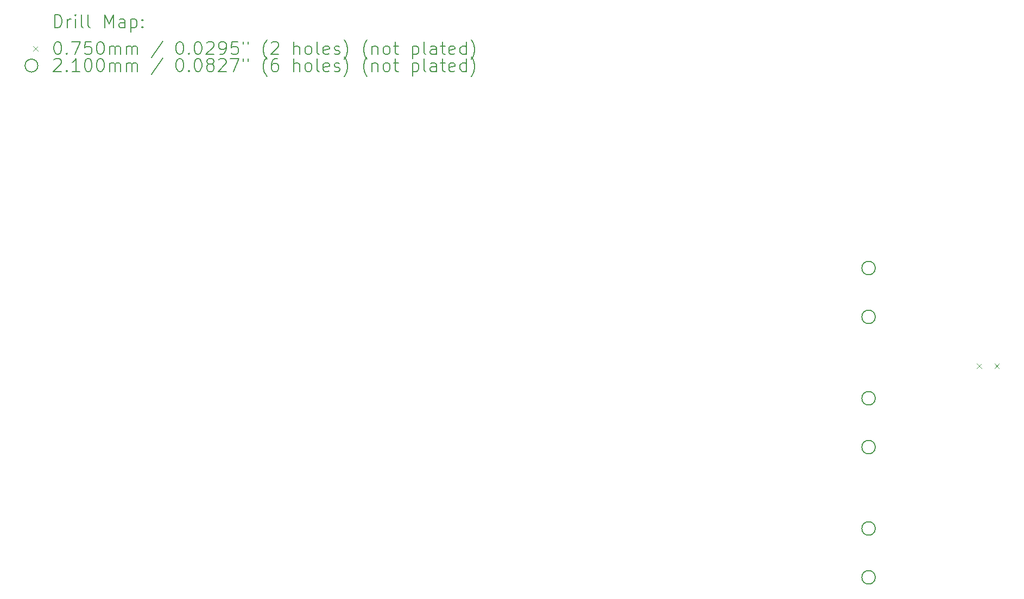
<source format=gbr>
%TF.GenerationSoftware,KiCad,Pcbnew,7.0.9*%
%TF.CreationDate,2023-12-03T00:18:12-03:00*%
%TF.ProjectId,E3,45332e6b-6963-4616-945f-706362585858,rev?*%
%TF.SameCoordinates,Original*%
%TF.FileFunction,Drillmap*%
%TF.FilePolarity,Positive*%
%FSLAX45Y45*%
G04 Gerber Fmt 4.5, Leading zero omitted, Abs format (unit mm)*
G04 Created by KiCad (PCBNEW 7.0.9) date 2023-12-03 00:18:12*
%MOMM*%
%LPD*%
G01*
G04 APERTURE LIST*
%ADD10C,0.200000*%
%ADD11C,0.100000*%
%ADD12C,0.210000*%
G04 APERTURE END LIST*
D10*
D11*
X14642000Y-5554000D02*
X14717000Y-5629000D01*
X14717000Y-5554000D02*
X14642000Y-5629000D01*
X14917000Y-5554000D02*
X14992000Y-5629000D01*
X14992000Y-5554000D02*
X14917000Y-5629000D01*
D12*
X13059000Y-4064000D02*
G75*
G03*
X13059000Y-4064000I-105000J0D01*
G01*
X13059000Y-4826000D02*
G75*
G03*
X13059000Y-4826000I-105000J0D01*
G01*
X13059000Y-6096000D02*
G75*
G03*
X13059000Y-6096000I-105000J0D01*
G01*
X13059000Y-6858000D02*
G75*
G03*
X13059000Y-6858000I-105000J0D01*
G01*
X13059000Y-8128000D02*
G75*
G03*
X13059000Y-8128000I-105000J0D01*
G01*
X13059000Y-8890000D02*
G75*
G03*
X13059000Y-8890000I-105000J0D01*
G01*
D10*
X260777Y-311484D02*
X260777Y-111484D01*
X260777Y-111484D02*
X308396Y-111484D01*
X308396Y-111484D02*
X336967Y-121008D01*
X336967Y-121008D02*
X356015Y-140055D01*
X356015Y-140055D02*
X365539Y-159103D01*
X365539Y-159103D02*
X375062Y-197198D01*
X375062Y-197198D02*
X375062Y-225769D01*
X375062Y-225769D02*
X365539Y-263865D01*
X365539Y-263865D02*
X356015Y-282912D01*
X356015Y-282912D02*
X336967Y-301960D01*
X336967Y-301960D02*
X308396Y-311484D01*
X308396Y-311484D02*
X260777Y-311484D01*
X460777Y-311484D02*
X460777Y-178150D01*
X460777Y-216246D02*
X470301Y-197198D01*
X470301Y-197198D02*
X479824Y-187674D01*
X479824Y-187674D02*
X498872Y-178150D01*
X498872Y-178150D02*
X517920Y-178150D01*
X584586Y-311484D02*
X584586Y-178150D01*
X584586Y-111484D02*
X575063Y-121008D01*
X575063Y-121008D02*
X584586Y-130531D01*
X584586Y-130531D02*
X594110Y-121008D01*
X594110Y-121008D02*
X584586Y-111484D01*
X584586Y-111484D02*
X584586Y-130531D01*
X708396Y-311484D02*
X689348Y-301960D01*
X689348Y-301960D02*
X679824Y-282912D01*
X679824Y-282912D02*
X679824Y-111484D01*
X813158Y-311484D02*
X794110Y-301960D01*
X794110Y-301960D02*
X784586Y-282912D01*
X784586Y-282912D02*
X784586Y-111484D01*
X1041729Y-311484D02*
X1041729Y-111484D01*
X1041729Y-111484D02*
X1108396Y-254341D01*
X1108396Y-254341D02*
X1175063Y-111484D01*
X1175063Y-111484D02*
X1175063Y-311484D01*
X1356015Y-311484D02*
X1356015Y-206722D01*
X1356015Y-206722D02*
X1346491Y-187674D01*
X1346491Y-187674D02*
X1327444Y-178150D01*
X1327444Y-178150D02*
X1289348Y-178150D01*
X1289348Y-178150D02*
X1270301Y-187674D01*
X1356015Y-301960D02*
X1336967Y-311484D01*
X1336967Y-311484D02*
X1289348Y-311484D01*
X1289348Y-311484D02*
X1270301Y-301960D01*
X1270301Y-301960D02*
X1260777Y-282912D01*
X1260777Y-282912D02*
X1260777Y-263865D01*
X1260777Y-263865D02*
X1270301Y-244817D01*
X1270301Y-244817D02*
X1289348Y-235293D01*
X1289348Y-235293D02*
X1336967Y-235293D01*
X1336967Y-235293D02*
X1356015Y-225769D01*
X1451253Y-178150D02*
X1451253Y-378150D01*
X1451253Y-187674D02*
X1470301Y-178150D01*
X1470301Y-178150D02*
X1508396Y-178150D01*
X1508396Y-178150D02*
X1527443Y-187674D01*
X1527443Y-187674D02*
X1536967Y-197198D01*
X1536967Y-197198D02*
X1546491Y-216246D01*
X1546491Y-216246D02*
X1546491Y-273389D01*
X1546491Y-273389D02*
X1536967Y-292436D01*
X1536967Y-292436D02*
X1527443Y-301960D01*
X1527443Y-301960D02*
X1508396Y-311484D01*
X1508396Y-311484D02*
X1470301Y-311484D01*
X1470301Y-311484D02*
X1451253Y-301960D01*
X1632205Y-292436D02*
X1641729Y-301960D01*
X1641729Y-301960D02*
X1632205Y-311484D01*
X1632205Y-311484D02*
X1622682Y-301960D01*
X1622682Y-301960D02*
X1632205Y-292436D01*
X1632205Y-292436D02*
X1632205Y-311484D01*
X1632205Y-187674D02*
X1641729Y-197198D01*
X1641729Y-197198D02*
X1632205Y-206722D01*
X1632205Y-206722D02*
X1622682Y-197198D01*
X1622682Y-197198D02*
X1632205Y-187674D01*
X1632205Y-187674D02*
X1632205Y-206722D01*
D11*
X-75000Y-602500D02*
X0Y-677500D01*
X0Y-602500D02*
X-75000Y-677500D01*
D10*
X298872Y-531484D02*
X317920Y-531484D01*
X317920Y-531484D02*
X336967Y-541008D01*
X336967Y-541008D02*
X346491Y-550531D01*
X346491Y-550531D02*
X356015Y-569579D01*
X356015Y-569579D02*
X365539Y-607674D01*
X365539Y-607674D02*
X365539Y-655293D01*
X365539Y-655293D02*
X356015Y-693389D01*
X356015Y-693389D02*
X346491Y-712436D01*
X346491Y-712436D02*
X336967Y-721960D01*
X336967Y-721960D02*
X317920Y-731484D01*
X317920Y-731484D02*
X298872Y-731484D01*
X298872Y-731484D02*
X279824Y-721960D01*
X279824Y-721960D02*
X270301Y-712436D01*
X270301Y-712436D02*
X260777Y-693389D01*
X260777Y-693389D02*
X251253Y-655293D01*
X251253Y-655293D02*
X251253Y-607674D01*
X251253Y-607674D02*
X260777Y-569579D01*
X260777Y-569579D02*
X270301Y-550531D01*
X270301Y-550531D02*
X279824Y-541008D01*
X279824Y-541008D02*
X298872Y-531484D01*
X451253Y-712436D02*
X460777Y-721960D01*
X460777Y-721960D02*
X451253Y-731484D01*
X451253Y-731484D02*
X441729Y-721960D01*
X441729Y-721960D02*
X451253Y-712436D01*
X451253Y-712436D02*
X451253Y-731484D01*
X527444Y-531484D02*
X660777Y-531484D01*
X660777Y-531484D02*
X575063Y-731484D01*
X832205Y-531484D02*
X736967Y-531484D01*
X736967Y-531484D02*
X727443Y-626722D01*
X727443Y-626722D02*
X736967Y-617198D01*
X736967Y-617198D02*
X756015Y-607674D01*
X756015Y-607674D02*
X803634Y-607674D01*
X803634Y-607674D02*
X822682Y-617198D01*
X822682Y-617198D02*
X832205Y-626722D01*
X832205Y-626722D02*
X841729Y-645770D01*
X841729Y-645770D02*
X841729Y-693389D01*
X841729Y-693389D02*
X832205Y-712436D01*
X832205Y-712436D02*
X822682Y-721960D01*
X822682Y-721960D02*
X803634Y-731484D01*
X803634Y-731484D02*
X756015Y-731484D01*
X756015Y-731484D02*
X736967Y-721960D01*
X736967Y-721960D02*
X727443Y-712436D01*
X965539Y-531484D02*
X984586Y-531484D01*
X984586Y-531484D02*
X1003634Y-541008D01*
X1003634Y-541008D02*
X1013158Y-550531D01*
X1013158Y-550531D02*
X1022682Y-569579D01*
X1022682Y-569579D02*
X1032205Y-607674D01*
X1032205Y-607674D02*
X1032205Y-655293D01*
X1032205Y-655293D02*
X1022682Y-693389D01*
X1022682Y-693389D02*
X1013158Y-712436D01*
X1013158Y-712436D02*
X1003634Y-721960D01*
X1003634Y-721960D02*
X984586Y-731484D01*
X984586Y-731484D02*
X965539Y-731484D01*
X965539Y-731484D02*
X946491Y-721960D01*
X946491Y-721960D02*
X936967Y-712436D01*
X936967Y-712436D02*
X927443Y-693389D01*
X927443Y-693389D02*
X917920Y-655293D01*
X917920Y-655293D02*
X917920Y-607674D01*
X917920Y-607674D02*
X927443Y-569579D01*
X927443Y-569579D02*
X936967Y-550531D01*
X936967Y-550531D02*
X946491Y-541008D01*
X946491Y-541008D02*
X965539Y-531484D01*
X1117920Y-731484D02*
X1117920Y-598150D01*
X1117920Y-617198D02*
X1127444Y-607674D01*
X1127444Y-607674D02*
X1146491Y-598150D01*
X1146491Y-598150D02*
X1175063Y-598150D01*
X1175063Y-598150D02*
X1194110Y-607674D01*
X1194110Y-607674D02*
X1203634Y-626722D01*
X1203634Y-626722D02*
X1203634Y-731484D01*
X1203634Y-626722D02*
X1213158Y-607674D01*
X1213158Y-607674D02*
X1232205Y-598150D01*
X1232205Y-598150D02*
X1260777Y-598150D01*
X1260777Y-598150D02*
X1279825Y-607674D01*
X1279825Y-607674D02*
X1289348Y-626722D01*
X1289348Y-626722D02*
X1289348Y-731484D01*
X1384586Y-731484D02*
X1384586Y-598150D01*
X1384586Y-617198D02*
X1394110Y-607674D01*
X1394110Y-607674D02*
X1413158Y-598150D01*
X1413158Y-598150D02*
X1441729Y-598150D01*
X1441729Y-598150D02*
X1460777Y-607674D01*
X1460777Y-607674D02*
X1470301Y-626722D01*
X1470301Y-626722D02*
X1470301Y-731484D01*
X1470301Y-626722D02*
X1479824Y-607674D01*
X1479824Y-607674D02*
X1498872Y-598150D01*
X1498872Y-598150D02*
X1527443Y-598150D01*
X1527443Y-598150D02*
X1546491Y-607674D01*
X1546491Y-607674D02*
X1556015Y-626722D01*
X1556015Y-626722D02*
X1556015Y-731484D01*
X1946491Y-521960D02*
X1775063Y-779103D01*
X2203634Y-531484D02*
X2222682Y-531484D01*
X2222682Y-531484D02*
X2241729Y-541008D01*
X2241729Y-541008D02*
X2251253Y-550531D01*
X2251253Y-550531D02*
X2260777Y-569579D01*
X2260777Y-569579D02*
X2270301Y-607674D01*
X2270301Y-607674D02*
X2270301Y-655293D01*
X2270301Y-655293D02*
X2260777Y-693389D01*
X2260777Y-693389D02*
X2251253Y-712436D01*
X2251253Y-712436D02*
X2241729Y-721960D01*
X2241729Y-721960D02*
X2222682Y-731484D01*
X2222682Y-731484D02*
X2203634Y-731484D01*
X2203634Y-731484D02*
X2184587Y-721960D01*
X2184587Y-721960D02*
X2175063Y-712436D01*
X2175063Y-712436D02*
X2165539Y-693389D01*
X2165539Y-693389D02*
X2156015Y-655293D01*
X2156015Y-655293D02*
X2156015Y-607674D01*
X2156015Y-607674D02*
X2165539Y-569579D01*
X2165539Y-569579D02*
X2175063Y-550531D01*
X2175063Y-550531D02*
X2184587Y-541008D01*
X2184587Y-541008D02*
X2203634Y-531484D01*
X2356015Y-712436D02*
X2365539Y-721960D01*
X2365539Y-721960D02*
X2356015Y-731484D01*
X2356015Y-731484D02*
X2346491Y-721960D01*
X2346491Y-721960D02*
X2356015Y-712436D01*
X2356015Y-712436D02*
X2356015Y-731484D01*
X2489348Y-531484D02*
X2508396Y-531484D01*
X2508396Y-531484D02*
X2527444Y-541008D01*
X2527444Y-541008D02*
X2536968Y-550531D01*
X2536968Y-550531D02*
X2546491Y-569579D01*
X2546491Y-569579D02*
X2556015Y-607674D01*
X2556015Y-607674D02*
X2556015Y-655293D01*
X2556015Y-655293D02*
X2546491Y-693389D01*
X2546491Y-693389D02*
X2536968Y-712436D01*
X2536968Y-712436D02*
X2527444Y-721960D01*
X2527444Y-721960D02*
X2508396Y-731484D01*
X2508396Y-731484D02*
X2489348Y-731484D01*
X2489348Y-731484D02*
X2470301Y-721960D01*
X2470301Y-721960D02*
X2460777Y-712436D01*
X2460777Y-712436D02*
X2451253Y-693389D01*
X2451253Y-693389D02*
X2441729Y-655293D01*
X2441729Y-655293D02*
X2441729Y-607674D01*
X2441729Y-607674D02*
X2451253Y-569579D01*
X2451253Y-569579D02*
X2460777Y-550531D01*
X2460777Y-550531D02*
X2470301Y-541008D01*
X2470301Y-541008D02*
X2489348Y-531484D01*
X2632206Y-550531D02*
X2641729Y-541008D01*
X2641729Y-541008D02*
X2660777Y-531484D01*
X2660777Y-531484D02*
X2708396Y-531484D01*
X2708396Y-531484D02*
X2727444Y-541008D01*
X2727444Y-541008D02*
X2736968Y-550531D01*
X2736968Y-550531D02*
X2746491Y-569579D01*
X2746491Y-569579D02*
X2746491Y-588627D01*
X2746491Y-588627D02*
X2736968Y-617198D01*
X2736968Y-617198D02*
X2622682Y-731484D01*
X2622682Y-731484D02*
X2746491Y-731484D01*
X2841729Y-731484D02*
X2879825Y-731484D01*
X2879825Y-731484D02*
X2898872Y-721960D01*
X2898872Y-721960D02*
X2908396Y-712436D01*
X2908396Y-712436D02*
X2927444Y-683865D01*
X2927444Y-683865D02*
X2936967Y-645770D01*
X2936967Y-645770D02*
X2936967Y-569579D01*
X2936967Y-569579D02*
X2927444Y-550531D01*
X2927444Y-550531D02*
X2917920Y-541008D01*
X2917920Y-541008D02*
X2898872Y-531484D01*
X2898872Y-531484D02*
X2860777Y-531484D01*
X2860777Y-531484D02*
X2841729Y-541008D01*
X2841729Y-541008D02*
X2832206Y-550531D01*
X2832206Y-550531D02*
X2822682Y-569579D01*
X2822682Y-569579D02*
X2822682Y-617198D01*
X2822682Y-617198D02*
X2832206Y-636246D01*
X2832206Y-636246D02*
X2841729Y-645770D01*
X2841729Y-645770D02*
X2860777Y-655293D01*
X2860777Y-655293D02*
X2898872Y-655293D01*
X2898872Y-655293D02*
X2917920Y-645770D01*
X2917920Y-645770D02*
X2927444Y-636246D01*
X2927444Y-636246D02*
X2936967Y-617198D01*
X3117920Y-531484D02*
X3022682Y-531484D01*
X3022682Y-531484D02*
X3013158Y-626722D01*
X3013158Y-626722D02*
X3022682Y-617198D01*
X3022682Y-617198D02*
X3041729Y-607674D01*
X3041729Y-607674D02*
X3089348Y-607674D01*
X3089348Y-607674D02*
X3108396Y-617198D01*
X3108396Y-617198D02*
X3117920Y-626722D01*
X3117920Y-626722D02*
X3127444Y-645770D01*
X3127444Y-645770D02*
X3127444Y-693389D01*
X3127444Y-693389D02*
X3117920Y-712436D01*
X3117920Y-712436D02*
X3108396Y-721960D01*
X3108396Y-721960D02*
X3089348Y-731484D01*
X3089348Y-731484D02*
X3041729Y-731484D01*
X3041729Y-731484D02*
X3022682Y-721960D01*
X3022682Y-721960D02*
X3013158Y-712436D01*
X3203634Y-531484D02*
X3203634Y-569579D01*
X3279825Y-531484D02*
X3279825Y-569579D01*
X3575063Y-807674D02*
X3565539Y-798150D01*
X3565539Y-798150D02*
X3546491Y-769579D01*
X3546491Y-769579D02*
X3536968Y-750531D01*
X3536968Y-750531D02*
X3527444Y-721960D01*
X3527444Y-721960D02*
X3517920Y-674341D01*
X3517920Y-674341D02*
X3517920Y-636246D01*
X3517920Y-636246D02*
X3527444Y-588627D01*
X3527444Y-588627D02*
X3536968Y-560055D01*
X3536968Y-560055D02*
X3546491Y-541008D01*
X3546491Y-541008D02*
X3565539Y-512436D01*
X3565539Y-512436D02*
X3575063Y-502912D01*
X3641729Y-550531D02*
X3651253Y-541008D01*
X3651253Y-541008D02*
X3670301Y-531484D01*
X3670301Y-531484D02*
X3717920Y-531484D01*
X3717920Y-531484D02*
X3736968Y-541008D01*
X3736968Y-541008D02*
X3746491Y-550531D01*
X3746491Y-550531D02*
X3756015Y-569579D01*
X3756015Y-569579D02*
X3756015Y-588627D01*
X3756015Y-588627D02*
X3746491Y-617198D01*
X3746491Y-617198D02*
X3632206Y-731484D01*
X3632206Y-731484D02*
X3756015Y-731484D01*
X3994110Y-731484D02*
X3994110Y-531484D01*
X4079825Y-731484D02*
X4079825Y-626722D01*
X4079825Y-626722D02*
X4070301Y-607674D01*
X4070301Y-607674D02*
X4051253Y-598150D01*
X4051253Y-598150D02*
X4022682Y-598150D01*
X4022682Y-598150D02*
X4003634Y-607674D01*
X4003634Y-607674D02*
X3994110Y-617198D01*
X4203634Y-731484D02*
X4184587Y-721960D01*
X4184587Y-721960D02*
X4175063Y-712436D01*
X4175063Y-712436D02*
X4165539Y-693389D01*
X4165539Y-693389D02*
X4165539Y-636246D01*
X4165539Y-636246D02*
X4175063Y-617198D01*
X4175063Y-617198D02*
X4184587Y-607674D01*
X4184587Y-607674D02*
X4203634Y-598150D01*
X4203634Y-598150D02*
X4232206Y-598150D01*
X4232206Y-598150D02*
X4251253Y-607674D01*
X4251253Y-607674D02*
X4260777Y-617198D01*
X4260777Y-617198D02*
X4270301Y-636246D01*
X4270301Y-636246D02*
X4270301Y-693389D01*
X4270301Y-693389D02*
X4260777Y-712436D01*
X4260777Y-712436D02*
X4251253Y-721960D01*
X4251253Y-721960D02*
X4232206Y-731484D01*
X4232206Y-731484D02*
X4203634Y-731484D01*
X4384587Y-731484D02*
X4365539Y-721960D01*
X4365539Y-721960D02*
X4356015Y-702912D01*
X4356015Y-702912D02*
X4356015Y-531484D01*
X4536968Y-721960D02*
X4517920Y-731484D01*
X4517920Y-731484D02*
X4479825Y-731484D01*
X4479825Y-731484D02*
X4460777Y-721960D01*
X4460777Y-721960D02*
X4451253Y-702912D01*
X4451253Y-702912D02*
X4451253Y-626722D01*
X4451253Y-626722D02*
X4460777Y-607674D01*
X4460777Y-607674D02*
X4479825Y-598150D01*
X4479825Y-598150D02*
X4517920Y-598150D01*
X4517920Y-598150D02*
X4536968Y-607674D01*
X4536968Y-607674D02*
X4546492Y-626722D01*
X4546492Y-626722D02*
X4546492Y-645770D01*
X4546492Y-645770D02*
X4451253Y-664817D01*
X4622682Y-721960D02*
X4641730Y-731484D01*
X4641730Y-731484D02*
X4679825Y-731484D01*
X4679825Y-731484D02*
X4698873Y-721960D01*
X4698873Y-721960D02*
X4708396Y-702912D01*
X4708396Y-702912D02*
X4708396Y-693389D01*
X4708396Y-693389D02*
X4698873Y-674341D01*
X4698873Y-674341D02*
X4679825Y-664817D01*
X4679825Y-664817D02*
X4651253Y-664817D01*
X4651253Y-664817D02*
X4632206Y-655293D01*
X4632206Y-655293D02*
X4622682Y-636246D01*
X4622682Y-636246D02*
X4622682Y-626722D01*
X4622682Y-626722D02*
X4632206Y-607674D01*
X4632206Y-607674D02*
X4651253Y-598150D01*
X4651253Y-598150D02*
X4679825Y-598150D01*
X4679825Y-598150D02*
X4698873Y-607674D01*
X4775063Y-807674D02*
X4784587Y-798150D01*
X4784587Y-798150D02*
X4803634Y-769579D01*
X4803634Y-769579D02*
X4813158Y-750531D01*
X4813158Y-750531D02*
X4822682Y-721960D01*
X4822682Y-721960D02*
X4832206Y-674341D01*
X4832206Y-674341D02*
X4832206Y-636246D01*
X4832206Y-636246D02*
X4822682Y-588627D01*
X4822682Y-588627D02*
X4813158Y-560055D01*
X4813158Y-560055D02*
X4803634Y-541008D01*
X4803634Y-541008D02*
X4784587Y-512436D01*
X4784587Y-512436D02*
X4775063Y-502912D01*
X5136968Y-807674D02*
X5127444Y-798150D01*
X5127444Y-798150D02*
X5108396Y-769579D01*
X5108396Y-769579D02*
X5098873Y-750531D01*
X5098873Y-750531D02*
X5089349Y-721960D01*
X5089349Y-721960D02*
X5079825Y-674341D01*
X5079825Y-674341D02*
X5079825Y-636246D01*
X5079825Y-636246D02*
X5089349Y-588627D01*
X5089349Y-588627D02*
X5098873Y-560055D01*
X5098873Y-560055D02*
X5108396Y-541008D01*
X5108396Y-541008D02*
X5127444Y-512436D01*
X5127444Y-512436D02*
X5136968Y-502912D01*
X5213158Y-598150D02*
X5213158Y-731484D01*
X5213158Y-617198D02*
X5222682Y-607674D01*
X5222682Y-607674D02*
X5241730Y-598150D01*
X5241730Y-598150D02*
X5270301Y-598150D01*
X5270301Y-598150D02*
X5289349Y-607674D01*
X5289349Y-607674D02*
X5298873Y-626722D01*
X5298873Y-626722D02*
X5298873Y-731484D01*
X5422682Y-731484D02*
X5403634Y-721960D01*
X5403634Y-721960D02*
X5394111Y-712436D01*
X5394111Y-712436D02*
X5384587Y-693389D01*
X5384587Y-693389D02*
X5384587Y-636246D01*
X5384587Y-636246D02*
X5394111Y-617198D01*
X5394111Y-617198D02*
X5403634Y-607674D01*
X5403634Y-607674D02*
X5422682Y-598150D01*
X5422682Y-598150D02*
X5451254Y-598150D01*
X5451254Y-598150D02*
X5470301Y-607674D01*
X5470301Y-607674D02*
X5479825Y-617198D01*
X5479825Y-617198D02*
X5489349Y-636246D01*
X5489349Y-636246D02*
X5489349Y-693389D01*
X5489349Y-693389D02*
X5479825Y-712436D01*
X5479825Y-712436D02*
X5470301Y-721960D01*
X5470301Y-721960D02*
X5451254Y-731484D01*
X5451254Y-731484D02*
X5422682Y-731484D01*
X5546492Y-598150D02*
X5622682Y-598150D01*
X5575063Y-531484D02*
X5575063Y-702912D01*
X5575063Y-702912D02*
X5584587Y-721960D01*
X5584587Y-721960D02*
X5603634Y-731484D01*
X5603634Y-731484D02*
X5622682Y-731484D01*
X5841730Y-598150D02*
X5841730Y-798150D01*
X5841730Y-607674D02*
X5860777Y-598150D01*
X5860777Y-598150D02*
X5898873Y-598150D01*
X5898873Y-598150D02*
X5917920Y-607674D01*
X5917920Y-607674D02*
X5927444Y-617198D01*
X5927444Y-617198D02*
X5936968Y-636246D01*
X5936968Y-636246D02*
X5936968Y-693389D01*
X5936968Y-693389D02*
X5927444Y-712436D01*
X5927444Y-712436D02*
X5917920Y-721960D01*
X5917920Y-721960D02*
X5898873Y-731484D01*
X5898873Y-731484D02*
X5860777Y-731484D01*
X5860777Y-731484D02*
X5841730Y-721960D01*
X6051253Y-731484D02*
X6032206Y-721960D01*
X6032206Y-721960D02*
X6022682Y-702912D01*
X6022682Y-702912D02*
X6022682Y-531484D01*
X6213158Y-731484D02*
X6213158Y-626722D01*
X6213158Y-626722D02*
X6203634Y-607674D01*
X6203634Y-607674D02*
X6184587Y-598150D01*
X6184587Y-598150D02*
X6146492Y-598150D01*
X6146492Y-598150D02*
X6127444Y-607674D01*
X6213158Y-721960D02*
X6194111Y-731484D01*
X6194111Y-731484D02*
X6146492Y-731484D01*
X6146492Y-731484D02*
X6127444Y-721960D01*
X6127444Y-721960D02*
X6117920Y-702912D01*
X6117920Y-702912D02*
X6117920Y-683865D01*
X6117920Y-683865D02*
X6127444Y-664817D01*
X6127444Y-664817D02*
X6146492Y-655293D01*
X6146492Y-655293D02*
X6194111Y-655293D01*
X6194111Y-655293D02*
X6213158Y-645770D01*
X6279825Y-598150D02*
X6356015Y-598150D01*
X6308396Y-531484D02*
X6308396Y-702912D01*
X6308396Y-702912D02*
X6317920Y-721960D01*
X6317920Y-721960D02*
X6336968Y-731484D01*
X6336968Y-731484D02*
X6356015Y-731484D01*
X6498873Y-721960D02*
X6479825Y-731484D01*
X6479825Y-731484D02*
X6441730Y-731484D01*
X6441730Y-731484D02*
X6422682Y-721960D01*
X6422682Y-721960D02*
X6413158Y-702912D01*
X6413158Y-702912D02*
X6413158Y-626722D01*
X6413158Y-626722D02*
X6422682Y-607674D01*
X6422682Y-607674D02*
X6441730Y-598150D01*
X6441730Y-598150D02*
X6479825Y-598150D01*
X6479825Y-598150D02*
X6498873Y-607674D01*
X6498873Y-607674D02*
X6508396Y-626722D01*
X6508396Y-626722D02*
X6508396Y-645770D01*
X6508396Y-645770D02*
X6413158Y-664817D01*
X6679825Y-731484D02*
X6679825Y-531484D01*
X6679825Y-721960D02*
X6660777Y-731484D01*
X6660777Y-731484D02*
X6622682Y-731484D01*
X6622682Y-731484D02*
X6603634Y-721960D01*
X6603634Y-721960D02*
X6594111Y-712436D01*
X6594111Y-712436D02*
X6584587Y-693389D01*
X6584587Y-693389D02*
X6584587Y-636246D01*
X6584587Y-636246D02*
X6594111Y-617198D01*
X6594111Y-617198D02*
X6603634Y-607674D01*
X6603634Y-607674D02*
X6622682Y-598150D01*
X6622682Y-598150D02*
X6660777Y-598150D01*
X6660777Y-598150D02*
X6679825Y-607674D01*
X6756015Y-807674D02*
X6765539Y-798150D01*
X6765539Y-798150D02*
X6784587Y-769579D01*
X6784587Y-769579D02*
X6794111Y-750531D01*
X6794111Y-750531D02*
X6803634Y-721960D01*
X6803634Y-721960D02*
X6813158Y-674341D01*
X6813158Y-674341D02*
X6813158Y-636246D01*
X6813158Y-636246D02*
X6803634Y-588627D01*
X6803634Y-588627D02*
X6794111Y-560055D01*
X6794111Y-560055D02*
X6784587Y-541008D01*
X6784587Y-541008D02*
X6765539Y-512436D01*
X6765539Y-512436D02*
X6756015Y-502912D01*
X0Y-904000D02*
G75*
G03*
X0Y-904000I-100000J0D01*
G01*
X251253Y-814531D02*
X260777Y-805008D01*
X260777Y-805008D02*
X279824Y-795484D01*
X279824Y-795484D02*
X327444Y-795484D01*
X327444Y-795484D02*
X346491Y-805008D01*
X346491Y-805008D02*
X356015Y-814531D01*
X356015Y-814531D02*
X365539Y-833579D01*
X365539Y-833579D02*
X365539Y-852627D01*
X365539Y-852627D02*
X356015Y-881198D01*
X356015Y-881198D02*
X241729Y-995484D01*
X241729Y-995484D02*
X365539Y-995484D01*
X451253Y-976436D02*
X460777Y-985960D01*
X460777Y-985960D02*
X451253Y-995484D01*
X451253Y-995484D02*
X441729Y-985960D01*
X441729Y-985960D02*
X451253Y-976436D01*
X451253Y-976436D02*
X451253Y-995484D01*
X651253Y-995484D02*
X536967Y-995484D01*
X594110Y-995484D02*
X594110Y-795484D01*
X594110Y-795484D02*
X575063Y-824055D01*
X575063Y-824055D02*
X556015Y-843103D01*
X556015Y-843103D02*
X536967Y-852627D01*
X775062Y-795484D02*
X794110Y-795484D01*
X794110Y-795484D02*
X813158Y-805008D01*
X813158Y-805008D02*
X822682Y-814531D01*
X822682Y-814531D02*
X832205Y-833579D01*
X832205Y-833579D02*
X841729Y-871674D01*
X841729Y-871674D02*
X841729Y-919293D01*
X841729Y-919293D02*
X832205Y-957388D01*
X832205Y-957388D02*
X822682Y-976436D01*
X822682Y-976436D02*
X813158Y-985960D01*
X813158Y-985960D02*
X794110Y-995484D01*
X794110Y-995484D02*
X775062Y-995484D01*
X775062Y-995484D02*
X756015Y-985960D01*
X756015Y-985960D02*
X746491Y-976436D01*
X746491Y-976436D02*
X736967Y-957388D01*
X736967Y-957388D02*
X727443Y-919293D01*
X727443Y-919293D02*
X727443Y-871674D01*
X727443Y-871674D02*
X736967Y-833579D01*
X736967Y-833579D02*
X746491Y-814531D01*
X746491Y-814531D02*
X756015Y-805008D01*
X756015Y-805008D02*
X775062Y-795484D01*
X965539Y-795484D02*
X984586Y-795484D01*
X984586Y-795484D02*
X1003634Y-805008D01*
X1003634Y-805008D02*
X1013158Y-814531D01*
X1013158Y-814531D02*
X1022682Y-833579D01*
X1022682Y-833579D02*
X1032205Y-871674D01*
X1032205Y-871674D02*
X1032205Y-919293D01*
X1032205Y-919293D02*
X1022682Y-957388D01*
X1022682Y-957388D02*
X1013158Y-976436D01*
X1013158Y-976436D02*
X1003634Y-985960D01*
X1003634Y-985960D02*
X984586Y-995484D01*
X984586Y-995484D02*
X965539Y-995484D01*
X965539Y-995484D02*
X946491Y-985960D01*
X946491Y-985960D02*
X936967Y-976436D01*
X936967Y-976436D02*
X927443Y-957388D01*
X927443Y-957388D02*
X917920Y-919293D01*
X917920Y-919293D02*
X917920Y-871674D01*
X917920Y-871674D02*
X927443Y-833579D01*
X927443Y-833579D02*
X936967Y-814531D01*
X936967Y-814531D02*
X946491Y-805008D01*
X946491Y-805008D02*
X965539Y-795484D01*
X1117920Y-995484D02*
X1117920Y-862150D01*
X1117920Y-881198D02*
X1127444Y-871674D01*
X1127444Y-871674D02*
X1146491Y-862150D01*
X1146491Y-862150D02*
X1175063Y-862150D01*
X1175063Y-862150D02*
X1194110Y-871674D01*
X1194110Y-871674D02*
X1203634Y-890722D01*
X1203634Y-890722D02*
X1203634Y-995484D01*
X1203634Y-890722D02*
X1213158Y-871674D01*
X1213158Y-871674D02*
X1232205Y-862150D01*
X1232205Y-862150D02*
X1260777Y-862150D01*
X1260777Y-862150D02*
X1279825Y-871674D01*
X1279825Y-871674D02*
X1289348Y-890722D01*
X1289348Y-890722D02*
X1289348Y-995484D01*
X1384586Y-995484D02*
X1384586Y-862150D01*
X1384586Y-881198D02*
X1394110Y-871674D01*
X1394110Y-871674D02*
X1413158Y-862150D01*
X1413158Y-862150D02*
X1441729Y-862150D01*
X1441729Y-862150D02*
X1460777Y-871674D01*
X1460777Y-871674D02*
X1470301Y-890722D01*
X1470301Y-890722D02*
X1470301Y-995484D01*
X1470301Y-890722D02*
X1479824Y-871674D01*
X1479824Y-871674D02*
X1498872Y-862150D01*
X1498872Y-862150D02*
X1527443Y-862150D01*
X1527443Y-862150D02*
X1546491Y-871674D01*
X1546491Y-871674D02*
X1556015Y-890722D01*
X1556015Y-890722D02*
X1556015Y-995484D01*
X1946491Y-785960D02*
X1775063Y-1043103D01*
X2203634Y-795484D02*
X2222682Y-795484D01*
X2222682Y-795484D02*
X2241729Y-805008D01*
X2241729Y-805008D02*
X2251253Y-814531D01*
X2251253Y-814531D02*
X2260777Y-833579D01*
X2260777Y-833579D02*
X2270301Y-871674D01*
X2270301Y-871674D02*
X2270301Y-919293D01*
X2270301Y-919293D02*
X2260777Y-957388D01*
X2260777Y-957388D02*
X2251253Y-976436D01*
X2251253Y-976436D02*
X2241729Y-985960D01*
X2241729Y-985960D02*
X2222682Y-995484D01*
X2222682Y-995484D02*
X2203634Y-995484D01*
X2203634Y-995484D02*
X2184587Y-985960D01*
X2184587Y-985960D02*
X2175063Y-976436D01*
X2175063Y-976436D02*
X2165539Y-957388D01*
X2165539Y-957388D02*
X2156015Y-919293D01*
X2156015Y-919293D02*
X2156015Y-871674D01*
X2156015Y-871674D02*
X2165539Y-833579D01*
X2165539Y-833579D02*
X2175063Y-814531D01*
X2175063Y-814531D02*
X2184587Y-805008D01*
X2184587Y-805008D02*
X2203634Y-795484D01*
X2356015Y-976436D02*
X2365539Y-985960D01*
X2365539Y-985960D02*
X2356015Y-995484D01*
X2356015Y-995484D02*
X2346491Y-985960D01*
X2346491Y-985960D02*
X2356015Y-976436D01*
X2356015Y-976436D02*
X2356015Y-995484D01*
X2489348Y-795484D02*
X2508396Y-795484D01*
X2508396Y-795484D02*
X2527444Y-805008D01*
X2527444Y-805008D02*
X2536968Y-814531D01*
X2536968Y-814531D02*
X2546491Y-833579D01*
X2546491Y-833579D02*
X2556015Y-871674D01*
X2556015Y-871674D02*
X2556015Y-919293D01*
X2556015Y-919293D02*
X2546491Y-957388D01*
X2546491Y-957388D02*
X2536968Y-976436D01*
X2536968Y-976436D02*
X2527444Y-985960D01*
X2527444Y-985960D02*
X2508396Y-995484D01*
X2508396Y-995484D02*
X2489348Y-995484D01*
X2489348Y-995484D02*
X2470301Y-985960D01*
X2470301Y-985960D02*
X2460777Y-976436D01*
X2460777Y-976436D02*
X2451253Y-957388D01*
X2451253Y-957388D02*
X2441729Y-919293D01*
X2441729Y-919293D02*
X2441729Y-871674D01*
X2441729Y-871674D02*
X2451253Y-833579D01*
X2451253Y-833579D02*
X2460777Y-814531D01*
X2460777Y-814531D02*
X2470301Y-805008D01*
X2470301Y-805008D02*
X2489348Y-795484D01*
X2670301Y-881198D02*
X2651253Y-871674D01*
X2651253Y-871674D02*
X2641729Y-862150D01*
X2641729Y-862150D02*
X2632206Y-843103D01*
X2632206Y-843103D02*
X2632206Y-833579D01*
X2632206Y-833579D02*
X2641729Y-814531D01*
X2641729Y-814531D02*
X2651253Y-805008D01*
X2651253Y-805008D02*
X2670301Y-795484D01*
X2670301Y-795484D02*
X2708396Y-795484D01*
X2708396Y-795484D02*
X2727444Y-805008D01*
X2727444Y-805008D02*
X2736968Y-814531D01*
X2736968Y-814531D02*
X2746491Y-833579D01*
X2746491Y-833579D02*
X2746491Y-843103D01*
X2746491Y-843103D02*
X2736968Y-862150D01*
X2736968Y-862150D02*
X2727444Y-871674D01*
X2727444Y-871674D02*
X2708396Y-881198D01*
X2708396Y-881198D02*
X2670301Y-881198D01*
X2670301Y-881198D02*
X2651253Y-890722D01*
X2651253Y-890722D02*
X2641729Y-900246D01*
X2641729Y-900246D02*
X2632206Y-919293D01*
X2632206Y-919293D02*
X2632206Y-957388D01*
X2632206Y-957388D02*
X2641729Y-976436D01*
X2641729Y-976436D02*
X2651253Y-985960D01*
X2651253Y-985960D02*
X2670301Y-995484D01*
X2670301Y-995484D02*
X2708396Y-995484D01*
X2708396Y-995484D02*
X2727444Y-985960D01*
X2727444Y-985960D02*
X2736968Y-976436D01*
X2736968Y-976436D02*
X2746491Y-957388D01*
X2746491Y-957388D02*
X2746491Y-919293D01*
X2746491Y-919293D02*
X2736968Y-900246D01*
X2736968Y-900246D02*
X2727444Y-890722D01*
X2727444Y-890722D02*
X2708396Y-881198D01*
X2822682Y-814531D02*
X2832206Y-805008D01*
X2832206Y-805008D02*
X2851253Y-795484D01*
X2851253Y-795484D02*
X2898872Y-795484D01*
X2898872Y-795484D02*
X2917920Y-805008D01*
X2917920Y-805008D02*
X2927444Y-814531D01*
X2927444Y-814531D02*
X2936967Y-833579D01*
X2936967Y-833579D02*
X2936967Y-852627D01*
X2936967Y-852627D02*
X2927444Y-881198D01*
X2927444Y-881198D02*
X2813158Y-995484D01*
X2813158Y-995484D02*
X2936967Y-995484D01*
X3003634Y-795484D02*
X3136967Y-795484D01*
X3136967Y-795484D02*
X3051253Y-995484D01*
X3203634Y-795484D02*
X3203634Y-833579D01*
X3279825Y-795484D02*
X3279825Y-833579D01*
X3575063Y-1071674D02*
X3565539Y-1062150D01*
X3565539Y-1062150D02*
X3546491Y-1033579D01*
X3546491Y-1033579D02*
X3536968Y-1014531D01*
X3536968Y-1014531D02*
X3527444Y-985960D01*
X3527444Y-985960D02*
X3517920Y-938341D01*
X3517920Y-938341D02*
X3517920Y-900246D01*
X3517920Y-900246D02*
X3527444Y-852627D01*
X3527444Y-852627D02*
X3536968Y-824055D01*
X3536968Y-824055D02*
X3546491Y-805008D01*
X3546491Y-805008D02*
X3565539Y-776436D01*
X3565539Y-776436D02*
X3575063Y-766912D01*
X3736968Y-795484D02*
X3698872Y-795484D01*
X3698872Y-795484D02*
X3679825Y-805008D01*
X3679825Y-805008D02*
X3670301Y-814531D01*
X3670301Y-814531D02*
X3651253Y-843103D01*
X3651253Y-843103D02*
X3641729Y-881198D01*
X3641729Y-881198D02*
X3641729Y-957388D01*
X3641729Y-957388D02*
X3651253Y-976436D01*
X3651253Y-976436D02*
X3660777Y-985960D01*
X3660777Y-985960D02*
X3679825Y-995484D01*
X3679825Y-995484D02*
X3717920Y-995484D01*
X3717920Y-995484D02*
X3736968Y-985960D01*
X3736968Y-985960D02*
X3746491Y-976436D01*
X3746491Y-976436D02*
X3756015Y-957388D01*
X3756015Y-957388D02*
X3756015Y-909769D01*
X3756015Y-909769D02*
X3746491Y-890722D01*
X3746491Y-890722D02*
X3736968Y-881198D01*
X3736968Y-881198D02*
X3717920Y-871674D01*
X3717920Y-871674D02*
X3679825Y-871674D01*
X3679825Y-871674D02*
X3660777Y-881198D01*
X3660777Y-881198D02*
X3651253Y-890722D01*
X3651253Y-890722D02*
X3641729Y-909769D01*
X3994110Y-995484D02*
X3994110Y-795484D01*
X4079825Y-995484D02*
X4079825Y-890722D01*
X4079825Y-890722D02*
X4070301Y-871674D01*
X4070301Y-871674D02*
X4051253Y-862150D01*
X4051253Y-862150D02*
X4022682Y-862150D01*
X4022682Y-862150D02*
X4003634Y-871674D01*
X4003634Y-871674D02*
X3994110Y-881198D01*
X4203634Y-995484D02*
X4184587Y-985960D01*
X4184587Y-985960D02*
X4175063Y-976436D01*
X4175063Y-976436D02*
X4165539Y-957388D01*
X4165539Y-957388D02*
X4165539Y-900246D01*
X4165539Y-900246D02*
X4175063Y-881198D01*
X4175063Y-881198D02*
X4184587Y-871674D01*
X4184587Y-871674D02*
X4203634Y-862150D01*
X4203634Y-862150D02*
X4232206Y-862150D01*
X4232206Y-862150D02*
X4251253Y-871674D01*
X4251253Y-871674D02*
X4260777Y-881198D01*
X4260777Y-881198D02*
X4270301Y-900246D01*
X4270301Y-900246D02*
X4270301Y-957388D01*
X4270301Y-957388D02*
X4260777Y-976436D01*
X4260777Y-976436D02*
X4251253Y-985960D01*
X4251253Y-985960D02*
X4232206Y-995484D01*
X4232206Y-995484D02*
X4203634Y-995484D01*
X4384587Y-995484D02*
X4365539Y-985960D01*
X4365539Y-985960D02*
X4356015Y-966912D01*
X4356015Y-966912D02*
X4356015Y-795484D01*
X4536968Y-985960D02*
X4517920Y-995484D01*
X4517920Y-995484D02*
X4479825Y-995484D01*
X4479825Y-995484D02*
X4460777Y-985960D01*
X4460777Y-985960D02*
X4451253Y-966912D01*
X4451253Y-966912D02*
X4451253Y-890722D01*
X4451253Y-890722D02*
X4460777Y-871674D01*
X4460777Y-871674D02*
X4479825Y-862150D01*
X4479825Y-862150D02*
X4517920Y-862150D01*
X4517920Y-862150D02*
X4536968Y-871674D01*
X4536968Y-871674D02*
X4546492Y-890722D01*
X4546492Y-890722D02*
X4546492Y-909769D01*
X4546492Y-909769D02*
X4451253Y-928817D01*
X4622682Y-985960D02*
X4641730Y-995484D01*
X4641730Y-995484D02*
X4679825Y-995484D01*
X4679825Y-995484D02*
X4698873Y-985960D01*
X4698873Y-985960D02*
X4708396Y-966912D01*
X4708396Y-966912D02*
X4708396Y-957388D01*
X4708396Y-957388D02*
X4698873Y-938341D01*
X4698873Y-938341D02*
X4679825Y-928817D01*
X4679825Y-928817D02*
X4651253Y-928817D01*
X4651253Y-928817D02*
X4632206Y-919293D01*
X4632206Y-919293D02*
X4622682Y-900246D01*
X4622682Y-900246D02*
X4622682Y-890722D01*
X4622682Y-890722D02*
X4632206Y-871674D01*
X4632206Y-871674D02*
X4651253Y-862150D01*
X4651253Y-862150D02*
X4679825Y-862150D01*
X4679825Y-862150D02*
X4698873Y-871674D01*
X4775063Y-1071674D02*
X4784587Y-1062150D01*
X4784587Y-1062150D02*
X4803634Y-1033579D01*
X4803634Y-1033579D02*
X4813158Y-1014531D01*
X4813158Y-1014531D02*
X4822682Y-985960D01*
X4822682Y-985960D02*
X4832206Y-938341D01*
X4832206Y-938341D02*
X4832206Y-900246D01*
X4832206Y-900246D02*
X4822682Y-852627D01*
X4822682Y-852627D02*
X4813158Y-824055D01*
X4813158Y-824055D02*
X4803634Y-805008D01*
X4803634Y-805008D02*
X4784587Y-776436D01*
X4784587Y-776436D02*
X4775063Y-766912D01*
X5136968Y-1071674D02*
X5127444Y-1062150D01*
X5127444Y-1062150D02*
X5108396Y-1033579D01*
X5108396Y-1033579D02*
X5098873Y-1014531D01*
X5098873Y-1014531D02*
X5089349Y-985960D01*
X5089349Y-985960D02*
X5079825Y-938341D01*
X5079825Y-938341D02*
X5079825Y-900246D01*
X5079825Y-900246D02*
X5089349Y-852627D01*
X5089349Y-852627D02*
X5098873Y-824055D01*
X5098873Y-824055D02*
X5108396Y-805008D01*
X5108396Y-805008D02*
X5127444Y-776436D01*
X5127444Y-776436D02*
X5136968Y-766912D01*
X5213158Y-862150D02*
X5213158Y-995484D01*
X5213158Y-881198D02*
X5222682Y-871674D01*
X5222682Y-871674D02*
X5241730Y-862150D01*
X5241730Y-862150D02*
X5270301Y-862150D01*
X5270301Y-862150D02*
X5289349Y-871674D01*
X5289349Y-871674D02*
X5298873Y-890722D01*
X5298873Y-890722D02*
X5298873Y-995484D01*
X5422682Y-995484D02*
X5403634Y-985960D01*
X5403634Y-985960D02*
X5394111Y-976436D01*
X5394111Y-976436D02*
X5384587Y-957388D01*
X5384587Y-957388D02*
X5384587Y-900246D01*
X5384587Y-900246D02*
X5394111Y-881198D01*
X5394111Y-881198D02*
X5403634Y-871674D01*
X5403634Y-871674D02*
X5422682Y-862150D01*
X5422682Y-862150D02*
X5451254Y-862150D01*
X5451254Y-862150D02*
X5470301Y-871674D01*
X5470301Y-871674D02*
X5479825Y-881198D01*
X5479825Y-881198D02*
X5489349Y-900246D01*
X5489349Y-900246D02*
X5489349Y-957388D01*
X5489349Y-957388D02*
X5479825Y-976436D01*
X5479825Y-976436D02*
X5470301Y-985960D01*
X5470301Y-985960D02*
X5451254Y-995484D01*
X5451254Y-995484D02*
X5422682Y-995484D01*
X5546492Y-862150D02*
X5622682Y-862150D01*
X5575063Y-795484D02*
X5575063Y-966912D01*
X5575063Y-966912D02*
X5584587Y-985960D01*
X5584587Y-985960D02*
X5603634Y-995484D01*
X5603634Y-995484D02*
X5622682Y-995484D01*
X5841730Y-862150D02*
X5841730Y-1062150D01*
X5841730Y-871674D02*
X5860777Y-862150D01*
X5860777Y-862150D02*
X5898873Y-862150D01*
X5898873Y-862150D02*
X5917920Y-871674D01*
X5917920Y-871674D02*
X5927444Y-881198D01*
X5927444Y-881198D02*
X5936968Y-900246D01*
X5936968Y-900246D02*
X5936968Y-957388D01*
X5936968Y-957388D02*
X5927444Y-976436D01*
X5927444Y-976436D02*
X5917920Y-985960D01*
X5917920Y-985960D02*
X5898873Y-995484D01*
X5898873Y-995484D02*
X5860777Y-995484D01*
X5860777Y-995484D02*
X5841730Y-985960D01*
X6051253Y-995484D02*
X6032206Y-985960D01*
X6032206Y-985960D02*
X6022682Y-966912D01*
X6022682Y-966912D02*
X6022682Y-795484D01*
X6213158Y-995484D02*
X6213158Y-890722D01*
X6213158Y-890722D02*
X6203634Y-871674D01*
X6203634Y-871674D02*
X6184587Y-862150D01*
X6184587Y-862150D02*
X6146492Y-862150D01*
X6146492Y-862150D02*
X6127444Y-871674D01*
X6213158Y-985960D02*
X6194111Y-995484D01*
X6194111Y-995484D02*
X6146492Y-995484D01*
X6146492Y-995484D02*
X6127444Y-985960D01*
X6127444Y-985960D02*
X6117920Y-966912D01*
X6117920Y-966912D02*
X6117920Y-947865D01*
X6117920Y-947865D02*
X6127444Y-928817D01*
X6127444Y-928817D02*
X6146492Y-919293D01*
X6146492Y-919293D02*
X6194111Y-919293D01*
X6194111Y-919293D02*
X6213158Y-909769D01*
X6279825Y-862150D02*
X6356015Y-862150D01*
X6308396Y-795484D02*
X6308396Y-966912D01*
X6308396Y-966912D02*
X6317920Y-985960D01*
X6317920Y-985960D02*
X6336968Y-995484D01*
X6336968Y-995484D02*
X6356015Y-995484D01*
X6498873Y-985960D02*
X6479825Y-995484D01*
X6479825Y-995484D02*
X6441730Y-995484D01*
X6441730Y-995484D02*
X6422682Y-985960D01*
X6422682Y-985960D02*
X6413158Y-966912D01*
X6413158Y-966912D02*
X6413158Y-890722D01*
X6413158Y-890722D02*
X6422682Y-871674D01*
X6422682Y-871674D02*
X6441730Y-862150D01*
X6441730Y-862150D02*
X6479825Y-862150D01*
X6479825Y-862150D02*
X6498873Y-871674D01*
X6498873Y-871674D02*
X6508396Y-890722D01*
X6508396Y-890722D02*
X6508396Y-909769D01*
X6508396Y-909769D02*
X6413158Y-928817D01*
X6679825Y-995484D02*
X6679825Y-795484D01*
X6679825Y-985960D02*
X6660777Y-995484D01*
X6660777Y-995484D02*
X6622682Y-995484D01*
X6622682Y-995484D02*
X6603634Y-985960D01*
X6603634Y-985960D02*
X6594111Y-976436D01*
X6594111Y-976436D02*
X6584587Y-957388D01*
X6584587Y-957388D02*
X6584587Y-900246D01*
X6584587Y-900246D02*
X6594111Y-881198D01*
X6594111Y-881198D02*
X6603634Y-871674D01*
X6603634Y-871674D02*
X6622682Y-862150D01*
X6622682Y-862150D02*
X6660777Y-862150D01*
X6660777Y-862150D02*
X6679825Y-871674D01*
X6756015Y-1071674D02*
X6765539Y-1062150D01*
X6765539Y-1062150D02*
X6784587Y-1033579D01*
X6784587Y-1033579D02*
X6794111Y-1014531D01*
X6794111Y-1014531D02*
X6803634Y-985960D01*
X6803634Y-985960D02*
X6813158Y-938341D01*
X6813158Y-938341D02*
X6813158Y-900246D01*
X6813158Y-900246D02*
X6803634Y-852627D01*
X6803634Y-852627D02*
X6794111Y-824055D01*
X6794111Y-824055D02*
X6784587Y-805008D01*
X6784587Y-805008D02*
X6765539Y-776436D01*
X6765539Y-776436D02*
X6756015Y-766912D01*
M02*

</source>
